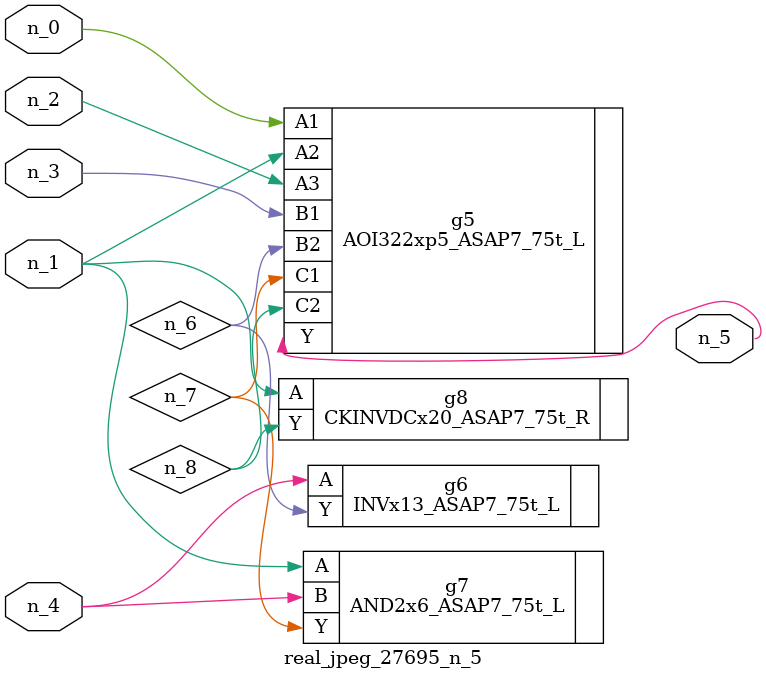
<source format=v>
module real_jpeg_27695_n_5 (n_4, n_0, n_1, n_2, n_3, n_5);

input n_4;
input n_0;
input n_1;
input n_2;
input n_3;

output n_5;

wire n_8;
wire n_6;
wire n_7;

AOI322xp5_ASAP7_75t_L g5 ( 
.A1(n_0),
.A2(n_1),
.A3(n_2),
.B1(n_3),
.B2(n_6),
.C1(n_7),
.C2(n_8),
.Y(n_5)
);

AND2x6_ASAP7_75t_L g7 ( 
.A(n_1),
.B(n_4),
.Y(n_7)
);

CKINVDCx20_ASAP7_75t_R g8 ( 
.A(n_1),
.Y(n_8)
);

INVx13_ASAP7_75t_L g6 ( 
.A(n_4),
.Y(n_6)
);


endmodule
</source>
